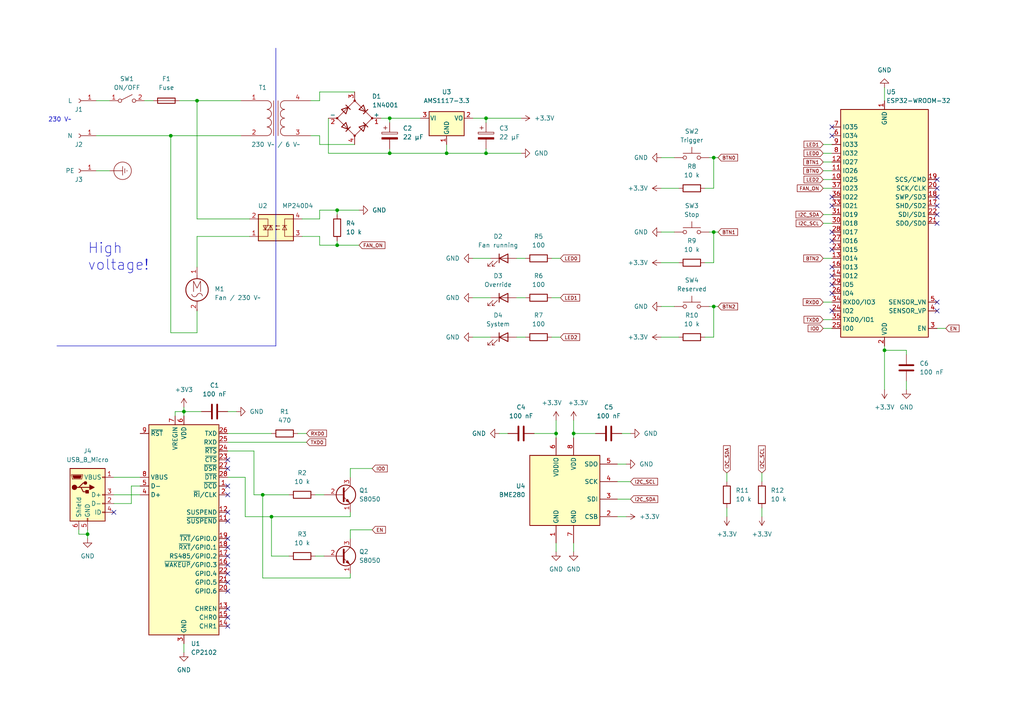
<source format=kicad_sch>
(kicad_sch (version 20230121) (generator eeschema)
  (paper "A4")
  (title_block (title "Baclico") (date "2023-08-18") (rev "1.0") (company "Michael Büsch <m@bues.ch>"))
  (lib_symbols
    (symbol "Connector:Conn_01x01_Female" (pin_names (offset 1.016) hide)
      (property "Reference" "J" (at 0 2.54 0))
      (property "Value" "Conn_01x01_Female" (at 0 -2.54 0))
      (symbol "Conn_01x01_Female_1_1"
        (polyline (pts (xy -1.27 0) (xy -0.508 0)) (stroke (width 0.1524)))
        (arc (start 0 0.508) (mid -0.5058 0) (end 0 -0.508) (stroke (width 0.1524)))
        (pin passive line (at -5.08 0 0) (length 3.81) (name "Pin_1") (number "1"))
      )
    )
    (symbol "Connector:USB_B_Micro" (pin_names (offset 1.016))
      (property "Reference" "J" (at -5.08 11.43 0))
      (property "Value" "USB_B_Micro" (at -5.08 8.89 0))
      (symbol "USB_B_Micro_0_1"
        (rectangle (start -5.08 -7.62) (end 5.08 7.62) (stroke (width 0.254)) (fill (type background)))
        (circle (center -3.81 2.159) (radius 0.635) (stroke (width 0.254)) (fill (type outline)))
        (circle (center -0.635 3.429) (radius 0.381) (stroke (width 0.254)) (fill (type outline)))
        (rectangle (start -0.127 -7.62) (end 0.127 -6.858))
        (polyline (pts (xy -1.905 2.159) (xy 0.635 2.159)) (stroke (width 0.254)))
        (polyline (pts (xy -3.175 2.159) (xy -2.54 2.159) (xy -1.27 3.429) (xy -0.635 3.429)) (stroke (width 0.254)))
        (polyline (pts (xy -2.54 2.159) (xy -1.905 2.159) (xy -1.27 0.889) (xy 0 0.889)) (stroke (width 0.254)))
        (polyline (pts (xy 0.635 2.794) (xy 0.635 1.524) (xy 1.905 2.159) (xy 0.635 2.794)) (stroke (width 0.254)) (fill (type outline)))
        (polyline (pts (xy -4.318 5.588) (xy -1.778 5.588) (xy -2.032 4.826) (xy -4.064 4.826) (xy -4.318 5.588)) (fill (type outline)))
        (polyline (pts (xy -4.699 5.842) (xy -4.699 5.588) (xy -4.445 4.826) (xy -4.445 4.572) (xy -1.651 4.572) (xy -1.651 4.826) (xy -1.397 5.588) (xy -1.397 5.842) (xy -4.699 5.842)))
        (rectangle (start 0.254 1.27) (end -0.508 0.508) (stroke (width 0.254)) (fill (type outline)))
        (rectangle (start 5.08 -5.207) (end 4.318 -4.953))
        (rectangle (start 5.08 -2.667) (end 4.318 -2.413))
        (rectangle (start 5.08 -0.127) (end 4.318 0.127))
        (rectangle (start 5.08 4.953) (end 4.318 5.207))
      )
      (symbol "USB_B_Micro_1_1"
        (pin power_out line (at 7.62 5.08 180) (length 2.54) (name "VBUS") (number "1"))
        (pin bidirectional line (at 7.62 -2.54 180) (length 2.54) (name "D-") (number "2"))
        (pin bidirectional line (at 7.62 0 180) (length 2.54) (name "D+") (number "3"))
        (pin passive line (at 7.62 -5.08 180) (length 2.54) (name "ID") (number "4"))
        (pin power_out line (at 0 -10.16 90) (length 2.54) (name "GND") (number "5"))
        (pin passive line (at -2.54 -10.16 90) (length 2.54) (name "Shield") (number "6"))
      )
    )
    (symbol "Device:C" (pin_numbers hide) (pin_names (offset 0.254))
      (property "Reference" "C" (at 0.635 2.54 0))
      (property "Value" "C" (at 0.635 -2.54 0))
      (symbol "C_0_1"
        (polyline (pts (xy -2.032 -0.762) (xy 2.032 -0.762)) (stroke (width 0.508)))
        (polyline (pts (xy -2.032 0.762) (xy 2.032 0.762)) (stroke (width 0.508)))
      )
      (symbol "C_1_1"
        (pin passive line (at 0 3.81 270) (length 2.794) (name "~") (number "1"))
        (pin passive line (at 0 -3.81 90) (length 2.794) (name "~") (number "2"))
      )
    )
    (symbol "Device:C_Polarized" (pin_numbers hide) (pin_names (offset 0.254))
      (property "Reference" "C" (at 0.635 2.54 0))
      (property "Value" "C_Polarized" (at 0.635 -2.54 0))
      (symbol "C_Polarized_0_1"
        (rectangle (start -2.286 0.508) (end 2.286 1.016))
        (polyline (pts (xy -1.778 2.286) (xy -0.762 2.286)))
        (polyline (pts (xy -1.27 2.794) (xy -1.27 1.778)))
        (rectangle (start 2.286 -0.508) (end -2.286 -1.016) (fill (type outline)))
      )
      (symbol "C_Polarized_1_1"
        (pin passive line (at 0 3.81 270) (length 2.794) (name "~") (number "1"))
        (pin passive line (at 0 -3.81 90) (length 2.794) (name "~") (number "2"))
      )
    )
    (symbol "Device:D_Bridge_+-AA" (pin_names (offset 0))
      (property "Reference" "D" (at 2.54 6.985 0))
      (property "Value" "D_Bridge_+-AA" (at 2.54 5.08 0))
      (symbol "D_Bridge_+-AA_0_1"
        (circle (center -5.08 0) (radius 0.254) (fill (type outline)))
        (circle (center 0 -5.08) (radius 0.254) (fill (type outline)))
        (polyline (pts (xy -2.54 3.81) (xy -1.27 2.54)) (stroke (width 0.254)))
        (polyline (pts (xy -1.27 -2.54) (xy -2.54 -3.81)) (stroke (width 0.254)))
        (polyline (pts (xy 2.54 -1.27) (xy 3.81 -2.54)) (stroke (width 0.254)))
        (polyline (pts (xy 2.54 1.27) (xy 3.81 2.54)) (stroke (width 0.254)))
        (polyline (pts (xy -3.81 2.54) (xy -2.54 1.27) (xy -1.905 3.175) (xy -3.81 2.54)) (stroke (width 0.254)))
        (polyline (pts (xy -2.54 -1.27) (xy -3.81 -2.54) (xy -1.905 -3.175) (xy -2.54 -1.27)) (stroke (width 0.254)))
        (polyline (pts (xy 1.27 2.54) (xy 2.54 3.81) (xy 3.175 1.905) (xy 1.27 2.54)) (stroke (width 0.254)))
        (polyline (pts (xy 3.175 -1.905) (xy 1.27 -2.54) (xy 2.54 -3.81) (xy 3.175 -1.905)) (stroke (width 0.254)))
        (polyline (pts (xy -5.08 0) (xy 0 -5.08) (xy 5.08 0) (xy 0 5.08) (xy -5.08 0)))
        (circle (center 0 5.08) (radius 0.254) (fill (type outline)))
        (circle (center 5.08 0) (radius 0.254) (fill (type outline)))
      )
      (symbol "D_Bridge_+-AA_1_1"
        (pin passive line (at 7.62 0 180) (length 2.54) (name "+") (number "1"))
        (pin passive line (at -7.62 0 0) (length 2.54) (name "-") (number "2"))
        (pin passive line (at 0 7.62 270) (length 2.54) (name "~") (number "3"))
        (pin passive line (at 0 -7.62 90) (length 2.54) (name "~") (number "4"))
      )
    )
    (symbol "Device:Fuse" (pin_numbers hide) (pin_names (offset 0))
      (property "Reference" "F" (at 2.032 0 90))
      (property "Value" "Fuse" (at -1.905 0 90))
      (symbol "Fuse_0_1"
        (rectangle (start -0.762 -2.54) (end 0.762 2.54) (stroke (width 0.254)))
        (polyline (pts (xy 0 2.54) (xy 0 -2.54)))
      )
      (symbol "Fuse_1_1"
        (pin passive line (at 0 3.81 270) (length 1.27) (name "~") (number "1"))
        (pin passive line (at 0 -3.81 90) (length 1.27) (name "~") (number "2"))
      )
    )
    (symbol "Device:LED" (pin_numbers hide) (pin_names (offset 1.016) hide)
      (property "Reference" "D" (at 0 2.54 0))
      (property "Value" "LED" (at 0 -2.54 0))
      (symbol "LED_0_1"
        (polyline (pts (xy -1.27 -1.27) (xy -1.27 1.27)) (stroke (width 0.254)))
        (polyline (pts (xy -1.27 0) (xy 1.27 0)))
        (polyline (pts (xy 1.27 -1.27) (xy 1.27 1.27) (xy -1.27 0) (xy 1.27 -1.27)) (stroke (width 0.254)))
        (polyline (pts (xy -3.048 -0.762) (xy -4.572 -2.286) (xy -3.81 -2.286) (xy -4.572 -2.286) (xy -4.572 -1.524)))
        (polyline (pts (xy -1.778 -0.762) (xy -3.302 -2.286) (xy -2.54 -2.286) (xy -3.302 -2.286) (xy -3.302 -1.524)))
      )
      (symbol "LED_1_1"
        (pin passive line (at -3.81 0 0) (length 2.54) (name "K") (number "1"))
        (pin passive line (at 3.81 0 180) (length 2.54) (name "A") (number "2"))
      )
    )
    (symbol "Device:R" (pin_numbers hide) (pin_names (offset 0))
      (property "Reference" "R" (at 2.032 0 90))
      (property "Value" "R" (at 0 0 90))
      (symbol "R_0_1"
        (rectangle (start -1.016 -2.54) (end 1.016 2.54) (stroke (width 0.254)))
      )
      (symbol "R_1_1"
        (pin passive line (at 0 3.81 270) (length 1.27) (name "~") (number "1"))
        (pin passive line (at 0 -3.81 90) (length 1.27) (name "~") (number "2"))
      )
    )
    (symbol "Device:Transformer_1P_1S" (pin_names (offset 1.016) hide)
      (property "Reference" "T" (at 0 6.35 0))
      (property "Value" "Transformer_1P_1S" (at 0 -7.62 0))
      (symbol "Transformer_1P_1S_0_1"
        (arc (start -2.54 -5.0546) (mid -1.6599 -4.6901) (end -1.27 -3.81))
        (arc (start -2.54 -2.5146) (mid -1.6599 -2.1501) (end -1.27 -1.27))
        (arc (start -2.54 0.0254) (mid -1.6599 0.3899) (end -1.27 1.27))
        (arc (start -2.54 2.5654) (mid -1.6599 2.9299) (end -1.27 3.81))
        (arc (start -1.27 -3.81) (mid -1.642 -2.912) (end -2.54 -2.54))
        (arc (start -1.27 -1.27) (mid -1.642 -0.372) (end -2.54 0))
        (arc (start -1.27 1.27) (mid -1.642 2.168) (end -2.54 2.54))
        (arc (start -1.27 3.81) (mid -1.642 4.708) (end -2.54 5.08))
        (polyline (pts (xy -0.635 5.08) (xy -0.635 -5.08)))
        (polyline (pts (xy 0.635 -5.08) (xy 0.635 5.08)))
        (arc (start 1.2954 -1.27) (mid 1.6599 -2.1501) (end 2.54 -2.5146))
        (arc (start 1.2954 1.27) (mid 1.6599 0.3899) (end 2.54 0.0254))
        (arc (start 1.2954 3.81) (mid 1.6599 2.9299) (end 2.54 2.5654))
        (arc (start 1.3208 -3.81) (mid 1.6853 -4.6901) (end 2.5654 -5.0546))
        (arc (start 2.54 0) (mid 1.642 -0.372) (end 1.2954 -1.27))
        (arc (start 2.54 2.54) (mid 1.642 2.168) (end 1.2954 1.27))
        (arc (start 2.54 5.08) (mid 1.642 4.708) (end 1.2954 3.81))
        (arc (start 2.5654 -2.54) (mid 1.6674 -2.912) (end 1.3208 -3.81))
      )
      (symbol "Transformer_1P_1S_1_1"
        (pin passive line (at -10.16 5.08 0) (length 7.62) (name "AA") (number "1"))
        (pin passive line (at -10.16 -5.08 0) (length 7.62) (name "AB") (number "2"))
        (pin passive line (at 10.16 -5.08 180) (length 7.62) (name "SA") (number "3"))
        (pin passive line (at 10.16 5.08 180) (length 7.62) (name "SB") (number "4"))
      )
    )
    (symbol "Interface_USB:CP2102N-Axx-xQFN28"
      (property "Reference" "U" (at -8.89 31.75 0))
      (property "Value" "CP2102N-Axx-xQFN28" (at 12.7 31.75 0))
      (symbol "CP2102N-Axx-xQFN28_0_1"
        (rectangle (start -10.16 30.48) (end 10.16 -30.48) (stroke (width 0.254)) (fill (type background)))
      )
      (symbol "CP2102N-Axx-xQFN28_1_1"
        (pin input line (at 12.7 12.7 180) (length 2.54) (name "~{DCD}") (number "1"))
        (pin no_connect line (at -10.16 -27.94 0) (length 2.54) hide (name "NC") (number "10"))
        (pin output line (at 12.7 2.54 180) (length 2.54) (name "~{SUSPEND}") (number "11"))
        (pin output line (at 12.7 5.08 180) (length 2.54) (name "SUSPEND") (number "12"))
        (pin output line (at 12.7 -22.86 180) (length 2.54) (name "CHREN") (number "13"))
        (pin output line (at 12.7 -27.94 180) (length 2.54) (name "CHR1") (number "14"))
        (pin output line (at 12.7 -25.4 180) (length 2.54) (name "CHR0") (number "15"))
        (pin bidirectional line (at 12.7 -10.16 180) (length 2.54) (name "~{WAKEUP}/GPIO.3") (number "16"))
        (pin bidirectional line (at 12.7 -7.62 180) (length 2.54) (name "RS485/GPIO.2") (number "17"))
        (pin bidirectional line (at 12.7 -5.08 180) (length 2.54) (name "~{RXT}/GPIO.1") (number "18"))
        (pin bidirectional line (at 12.7 -2.54 180) (length 2.54) (name "~{TXT}/GPIO.0") (number "19"))
        (pin bidirectional line (at 12.7 10.16 180) (length 2.54) (name "~{RI}/CLK") (number "2"))
        (pin bidirectional line (at 12.7 -17.78 180) (length 2.54) (name "GPIO.6") (number "20"))
        (pin bidirectional line (at 12.7 -15.24 180) (length 2.54) (name "GPIO.5") (number "21"))
        (pin bidirectional line (at 12.7 -12.7 180) (length 2.54) (name "GPIO.4") (number "22"))
        (pin input line (at 12.7 20.32 180) (length 2.54) (name "~{CTS}") (number "23"))
        (pin output line (at 12.7 22.86 180) (length 2.54) (name "~{RTS}") (number "24"))
        (pin input line (at 12.7 25.4 180) (length 2.54) (name "RXD") (number "25"))
        (pin output line (at 12.7 27.94 180) (length 2.54) (name "TXD") (number "26"))
        (pin input line (at 12.7 17.78 180) (length 2.54) (name "~{DSR}") (number "27"))
        (pin output line (at 12.7 15.24 180) (length 2.54) (name "~{DTR}") (number "28"))
        (pin passive line (at 0 -33.02 90) (length 2.54) hide (name "GND") (number "29"))
        (pin power_in line (at 0 -33.02 90) (length 2.54) (name "GND") (number "3"))
        (pin bidirectional line (at -12.7 10.16 0) (length 2.54) (name "D+") (number "4"))
        (pin bidirectional line (at -12.7 12.7 0) (length 2.54) (name "D-") (number "5"))
        (pin power_in line (at 0 33.02 270) (length 2.54) (name "VDD") (number "6"))
        (pin power_in line (at -2.54 33.02 270) (length 2.54) (name "VREGIN") (number "7"))
        (pin input line (at -12.7 15.24 0) (length 2.54) (name "VBUS") (number "8"))
        (pin input line (at -12.7 27.94 0) (length 2.54) (name "~{RST}") (number "9"))
      )
    )
    (symbol "Motor:Motor_AC" (pin_names (offset 0))
      (property "Reference" "M" (at 2.54 2.54 0))
      (property "Value" "Motor_AC" (at 2.54 -5.08 0))
      (symbol "Motor_AC_0_0"
        (arc (start -1.524 -2.794) (mid -0.8654 -3.5217) (end 0 -3.048))
        (polyline (pts (xy -1.016 -2.032) (xy -1.016 1.016) (xy 0 -1.016) (xy 1.016 1.016) (xy 1.016 -2.032)))
        (arc (start 1.524 -3.302) (mid 0.85 -2.5503) (end 0 -3.048))
      )
      (symbol "Motor_AC_0_1"
        (circle (center 0 -1.524) (radius 3.2512) (stroke (width 0.254)))
        (polyline (pts (xy 0 -7.62) (xy 0 -7.112)))
        (polyline (pts (xy 0 -4.7752) (xy 0 -5.1816)))
        (polyline (pts (xy 0 1.7272) (xy 0 2.0828)))
        (polyline (pts (xy 0 2.032) (xy 0 2.54)))
      )
      (symbol "Motor_AC_1_1"
        (pin passive line (at 0 5.08 270) (length 2.54) (name "~") (number "1"))
        (pin passive line (at 0 -7.62 90) (length 2.54) (name "~") (number "2"))
      )
    )
    (symbol "RF_Module:ESP32-WROOM-32"
      (property "Reference" "U" (at -12.7 34.29 0))
      (property "Value" "ESP32-WROOM-32" (at 1.27 34.29 0))
      (symbol "ESP32-WROOM-32_0_1"
        (rectangle (start -12.7 33.02) (end 12.7 -33.02) (stroke (width 0.254)) (fill (type background)))
      )
      (symbol "ESP32-WROOM-32_1_1"
        (pin power_in line (at 0 -35.56 90) (length 2.54) (name "GND") (number "1"))
        (pin bidirectional line (at 15.24 -12.7 180) (length 2.54) (name "IO25") (number "10"))
        (pin bidirectional line (at 15.24 -15.24 180) (length 2.54) (name "IO26") (number "11"))
        (pin bidirectional line (at 15.24 -17.78 180) (length 2.54) (name "IO27") (number "12"))
        (pin bidirectional line (at 15.24 10.16 180) (length 2.54) (name "IO14") (number "13"))
        (pin bidirectional line (at 15.24 15.24 180) (length 2.54) (name "IO12") (number "14"))
        (pin passive line (at 0 -35.56 90) (length 2.54) hide (name "GND") (number "15"))
        (pin bidirectional line (at 15.24 12.7 180) (length 2.54) (name "IO13") (number "16"))
        (pin bidirectional line (at -15.24 -5.08 0) (length 2.54) (name "SHD/SD2") (number "17"))
        (pin bidirectional line (at -15.24 -7.62 0) (length 2.54) (name "SWP/SD3") (number "18"))
        (pin bidirectional line (at -15.24 -12.7 0) (length 2.54) (name "SCS/CMD") (number "19"))
        (pin power_in line (at 0 35.56 270) (length 2.54) (name "VDD") (number "2"))
        (pin bidirectional line (at -15.24 -10.16 0) (length 2.54) (name "SCK/CLK") (number "20"))
        (pin bidirectional line (at -15.24 0 0) (length 2.54) (name "SDO/SD0") (number "21"))
        (pin bidirectional line (at -15.24 -2.54 0) (length 2.54) (name "SDI/SD1") (number "22"))
        (pin bidirectional line (at 15.24 7.62 180) (length 2.54) (name "IO15") (number "23"))
        (pin bidirectional line (at 15.24 25.4 180) (length 2.54) (name "IO2") (number "24"))
        (pin bidirectional line (at 15.24 30.48 180) (length 2.54) (name "IO0") (number "25"))
        (pin bidirectional line (at 15.24 20.32 180) (length 2.54) (name "IO4") (number "26"))
        (pin bidirectional line (at 15.24 5.08 180) (length 2.54) (name "IO16") (number "27"))
        (pin bidirectional line (at 15.24 2.54 180) (length 2.54) (name "IO17") (number "28"))
        (pin bidirectional line (at 15.24 17.78 180) (length 2.54) (name "IO5") (number "29"))
        (pin input line (at -15.24 30.48 0) (length 2.54) (name "EN") (number "3"))
        (pin bidirectional line (at 15.24 0 180) (length 2.54) (name "IO18") (number "30"))
        (pin bidirectional line (at 15.24 -2.54 180) (length 2.54) (name "IO19") (number "31"))
        (pin no_connect line (at -12.7 -27.94 0) (length 2.54) hide (name "NC") (number "32"))
        (pin bidirectional line (at 15.24 -5.08 180) (length 2.54) (name "IO21") (number "33"))
        (pin bidirectional line (at 15.24 22.86 180) (length 2.54) (name "RXD0/IO3") (number "34"))
        (pin bidirectional line (at 15.24 27.94 180) (length 2.54) (name "TXD0/IO1") (number "35"))
        (pin bidirectional line (at 15.24 -7.62 180) (length 2.54) (name "IO22") (number "36"))
        (pin bidirectional line (at 15.24 -10.16 180) (length 2.54) (name "IO23") (number "37"))
        (pin passive line (at 0 -35.56 90) (length 2.54) hide (name "GND") (number "38"))
        (pin passive line (at 0 -35.56 90) (length 2.54) hide (name "GND") (number "39"))
        (pin input line (at -15.24 25.4 0) (length 2.54) (name "SENSOR_VP") (number "4"))
        (pin input line (at -15.24 22.86 0) (length 2.54) (name "SENSOR_VN") (number "5"))
        (pin input line (at 15.24 -25.4 180) (length 2.54) (name "IO34") (number "6"))
        (pin input line (at 15.24 -27.94 180) (length 2.54) (name "IO35") (number "7"))
        (pin bidirectional line (at 15.24 -20.32 180) (length 2.54) (name "IO32") (number "8"))
        (pin bidirectional line (at 15.24 -22.86 180) (length 2.54) (name "IO33") (number "9"))
      )
    )
    (symbol "Regulator_Linear:AMS1117-3.3" (pin_names (offset 0.254))
      (property "Reference" "U" (at -3.81 3.175 0))
      (property "Value" "AMS1117-3.3" (at 0 3.175 0))
      (symbol "AMS1117-3.3_0_1"
        (rectangle (start -5.08 -5.08) (end 5.08 1.905) (stroke (width 0.254)) (fill (type background)))
      )
      (symbol "AMS1117-3.3_1_1"
        (pin power_in line (at 0 -7.62 90) (length 2.54) (name "GND") (number "1"))
        (pin power_out line (at 7.62 0 180) (length 2.54) (name "VO") (number "2"))
        (pin power_in line (at -7.62 0 0) (length 2.54) (name "VI") (number "3"))
      )
    )
    (symbol "Relay_SolidState:S102S01"
      (property "Reference" "U" (at -5.08 5.08 0))
      (property "Value" "S102S01" (at 0 5.08 0))
      (symbol "S102S01_0_1"
        (rectangle (start -5.08 3.81) (end 5.08 -3.81) (stroke (width 0.254)) (fill (type background)))
        (polyline (pts (xy -3.175 -0.635) (xy -1.905 -0.635)))
        (polyline (pts (xy 1.524 -0.635) (xy 1.524 0.635)))
        (polyline (pts (xy 3.048 0.635) (xy 3.048 -0.635)))
        (polyline (pts (xy 2.286 -0.635) (xy 2.286 -2.54) (xy 5.08 -2.54)))
        (polyline (pts (xy 2.286 0.635) (xy 2.286 2.54) (xy 5.08 2.54)))
        (polyline (pts (xy -5.08 2.54) (xy -2.54 2.54) (xy -2.54 -2.54) (xy -5.08 -2.54)))
        (polyline (pts (xy -2.54 -0.635) (xy -3.175 0.635) (xy -1.905 0.635) (xy -2.54 -0.635)))
        (polyline (pts (xy 0.889 -0.635) (xy 3.683 -0.635) (xy 3.048 0.635) (xy 2.413 -0.635)))
        (polyline (pts (xy 3.683 0.635) (xy 0.889 0.635) (xy 1.524 -0.635) (xy 2.159 0.635)))
        (polyline (pts (xy -1.143 -0.508) (xy 0.127 -0.508) (xy -0.254 -0.635) (xy -0.254 -0.381) (xy 0.127 -0.508)))
        (polyline (pts (xy -1.143 0.508) (xy 0.127 0.508) (xy -0.254 0.381) (xy -0.254 0.635) (xy 0.127 0.508)))
      )
      (symbol "S102S01_1_1"
        (pin passive line (at 7.62 2.54 180) (length 2.54) (name "~") (number "1"))
        (pin passive line (at 7.62 -2.54 180) (length 2.54) (name "~") (number "2"))
        (pin passive line (at -7.62 2.54 0) (length 2.54) (name "~") (number "3"))
        (pin passive line (at -7.62 -2.54 0) (length 2.54) (name "~") (number "4"))
      )
    )
    (symbol "Sensor:BME280"
      (property "Reference" "U" (at -8.89 11.43 0))
      (property "Value" "BME280" (at 7.62 11.43 0))
      (symbol "BME280_0_1"
        (rectangle (start -10.16 10.16) (end 10.16 -10.16) (stroke (width 0.254)) (fill (type background)))
      )
      (symbol "BME280_1_1"
        (pin power_in line (at -2.54 -15.24 90) (length 5.08) (name "GND") (number "1"))
        (pin input line (at 15.24 -7.62 180) (length 5.08) (name "CSB") (number "2"))
        (pin bidirectional line (at 15.24 -2.54 180) (length 5.08) (name "SDI") (number "3"))
        (pin input line (at 15.24 2.54 180) (length 5.08) (name "SCK") (number "4"))
        (pin bidirectional line (at 15.24 7.62 180) (length 5.08) (name "SDO") (number "5"))
        (pin power_in line (at -2.54 15.24 270) (length 5.08) (name "VDDIO") (number "6"))
        (pin power_in line (at 2.54 -15.24 90) (length 5.08) (name "GND") (number "7"))
        (pin power_in line (at 2.54 15.24 270) (length 5.08) (name "VDD") (number "8"))
      )
    )
    (symbol "Switch:SW_Push" (pin_numbers hide) (pin_names (offset 1.016) hide)
      (property "Reference" "SW" (at 1.27 2.54 0))
      (property "Value" "SW_Push" (at 0 -1.524 0))
      (symbol "SW_Push_0_1"
        (circle (center -2.032 0) (radius 0.508))
        (polyline (pts (xy 0 1.27) (xy 0 3.048)))
        (polyline (pts (xy 2.54 1.27) (xy -2.54 1.27)))
        (circle (center 2.032 0) (radius 0.508))
        (pin passive line (at -5.08 0 0) (length 2.54) (name "1") (number "1"))
        (pin passive line (at 5.08 0 180) (length 2.54) (name "2") (number "2"))
      )
    )
    (symbol "Switch:SW_SPST" (pin_names (offset 0) hide)
      (property "Reference" "SW" (at 0 3.175 0))
      (property "Value" "SW_SPST" (at 0 -2.54 0))
      (symbol "SW_SPST_0_0"
        (circle (center -2.032 0) (radius 0.508))
        (polyline (pts (xy -1.524 0.254) (xy 1.524 1.778)))
        (circle (center 2.032 0) (radius 0.508))
      )
      (symbol "SW_SPST_1_1"
        (pin passive line (at -5.08 0 0) (length 2.54) (name "A") (number "1"))
        (pin passive line (at 5.08 0 180) (length 2.54) (name "B") (number "2"))
      )
    )
    (symbol "Transistor_BJT:S8050" (pin_names (offset 0) hide)
      (property "Reference" "Q" (at 5.08 1.905 0))
      (property "Value" "S8050" (at 5.08 0 0))
      (symbol "S8050_0_1"
        (polyline (pts (xy 0 0) (xy 0.635 0)))
        (polyline (pts (xy 0.635 0.635) (xy 2.54 2.54)))
        (polyline (pts (xy 0.635 -0.635) (xy 2.54 -2.54) (xy 2.54 -2.54)))
        (polyline (pts (xy 0.635 1.905) (xy 0.635 -1.905) (xy 0.635 -1.905)) (stroke (width 0.508)))
        (polyline (pts (xy 1.27 -1.778) (xy 1.778 -1.27) (xy 2.286 -2.286) (xy 1.27 -1.778) (xy 1.27 -1.778)) (fill (type outline)))
        (circle (center 1.27 0) (radius 2.8194) (stroke (width 0.254)))
      )
      (symbol "S8050_1_1"
        (pin passive line (at 2.54 -5.08 90) (length 2.54) (name "E") (number "1"))
        (pin input line (at -5.08 0 0) (length 5.08) (name "B") (number "2"))
        (pin passive line (at 2.54 5.08 270) (length 2.54) (name "C") (number "3"))
      )
    )
    (symbol "power:+3.3V" (power) (pin_names (offset 0))
      (property "Value" "+3.3V" (at 0 3.556 0))
      (symbol "+3.3V_0_1"
        (polyline (pts (xy -0.762 1.27) (xy 0 2.54)))
        (polyline (pts (xy 0 0) (xy 0 2.54)))
        (polyline (pts (xy 0 2.54) (xy 0.762 1.27)))
      )
      (symbol "+3.3V_1_1"
        (pin power_in line (at 0 0 90) (length 0) hide (name "+3.3V") (number "1"))
      )
    )
    (symbol "power:+3V3" (power) (pin_names (offset 0))
      (property "Value" "+3V3" (at 0 3.556 0))
      (symbol "+3V3_0_1"
        (polyline (pts (xy -0.762 1.27) (xy 0 2.54)))
        (polyline (pts (xy 0 0) (xy 0 2.54)))
        (polyline (pts (xy 0 2.54) (xy 0.762 1.27)))
      )
      (symbol "+3V3_1_1"
        (pin power_in line (at 0 0 90) (length 0) hide (name "+3V3") (number "1"))
      )
    )
    (symbol "power:Earth_Protective" (power) (pin_names (offset 0))
      (symbol "Earth_Protective_0_1"
        (circle (center 0 -3.81) (radius 2.54))
        (polyline (pts (xy -0.635 -4.445) (xy 0.635 -4.445)))
        (polyline (pts (xy -0.127 -5.08) (xy 0.127 -5.08)))
        (polyline (pts (xy 0 -3.81) (xy 0 0)))
        (polyline (pts (xy 1.27 -3.81) (xy -1.27 -3.81)))
      )
      (symbol "Earth_Protective_1_1"
        (pin power_in line (at 0 0 270) (length 0) hide (name "Earth_Protective") (number "1"))
      )
    )
    (symbol "power:GND" (power) (pin_names (offset 0))
      (property "Value" "GND" (at 0 -3.81 0))
      (symbol "GND_0_1"
        (polyline (pts (xy 0 0) (xy 0 -1.27) (xy 1.27 -1.27) (xy 0 -2.54) (xy -1.27 -1.27) (xy 0 -1.27)))
      )
      (symbol "GND_1_1"
        (pin power_in line (at 0 0 270) (length 0) hide (name "GND") (number "1"))
      )
    )
  )
  (junction (at 256.54 101.6))
  (junction (at 207.01 45.72))
  (junction (at 49.53 39.37))
  (junction (at 140.97 34.29))
  (junction (at 97.79 60.96))
  (junction (at 166.37 125.73))
  (junction (at 113.03 44.45))
  (junction (at 53.34 119.38))
  (junction (at 97.79 71.12))
  (junction (at 161.29 125.73))
  (junction (at 129.54 44.45))
  (junction (at 207.01 88.9))
  (junction (at 76.2 143.51))
  (junction (at 140.97 44.45))
  (junction (at 207.01 67.31))
  (junction (at 57.15 29.21))
  (junction (at 78.74 149.86))
  (junction (at 25.4 154.94))
  (junction (at 113.03 34.29))
  (no_connect (at 271.78 62.23))
  (no_connect (at 66.04 168.91))
  (no_connect (at 241.3 80.01))
  (no_connect (at 66.04 133.35))
  (no_connect (at 271.78 57.15))
  (no_connect (at 241.3 72.39))
  (no_connect (at 66.04 135.89))
  (no_connect (at 66.04 176.53))
  (no_connect (at 66.04 148.59))
  (no_connect (at 66.04 181.61))
  (no_connect (at 66.04 163.83))
  (no_connect (at 271.78 64.77))
  (no_connect (at 241.3 59.69))
  (no_connect (at 66.04 158.75))
  (no_connect (at 66.04 151.13))
  (no_connect (at 66.04 179.07))
  (no_connect (at 241.3 69.85))
  (no_connect (at 66.04 140.97))
  (no_connect (at 66.04 156.21))
  (no_connect (at 66.04 171.45))
  (no_connect (at 271.78 90.17))
  (no_connect (at 241.3 67.31))
  (no_connect (at 271.78 59.69))
  (no_connect (at 271.78 87.63))
  (no_connect (at 271.78 52.07))
  (no_connect (at 66.04 143.51))
  (no_connect (at 241.3 77.47))
  (no_connect (at 241.3 39.37))
  (no_connect (at 241.3 57.15))
  (no_connect (at 66.04 166.37))
  (no_connect (at 241.3 82.55))
  (no_connect (at 33.02 148.59))
  (no_connect (at 241.3 85.09))
  (no_connect (at 66.04 161.29))
  (no_connect (at 241.3 90.17))
  (no_connect (at 271.78 54.61))
  (no_connect (at 241.3 36.83))
  (wire (pts (xy 161.29 157.48) (xy 161.29 160.02)))
  (wire (pts (xy 149.86 86.36) (xy 152.4 86.36)))
  (wire (pts (xy 78.74 149.86) (xy 78.74 161.29)))
  (wire (pts (xy 92.71 39.37) (xy 92.71 41.91)))
  (wire (pts (xy 238.76 41.91) (xy 241.3 41.91)))
  (wire (pts (xy 50.8 120.65) (xy 50.8 119.38)))
  (wire (pts (xy 220.98 147.32) (xy 220.98 149.86)))
  (wire (pts (xy 205.74 67.31) (xy 207.01 67.31)))
  (wire (pts (xy 140.97 34.29) (xy 140.97 35.56)))
  (wire (pts (xy 262.89 101.6) (xy 256.54 101.6)))
  (wire (pts (xy 92.71 41.91) (xy 102.87 41.91)))
  (wire (pts (xy 166.37 125.73) (xy 172.72 125.73)))
  (wire (pts (xy 41.91 29.21) (xy 44.45 29.21)))
  (wire (pts (xy 179.07 134.62) (xy 181.61 134.62)))
  (wire (pts (xy 179.07 144.78) (xy 182.88 144.78)))
  (wire (pts (xy 49.53 96.52) (xy 49.53 39.37)))
  (wire (pts (xy 191.77 88.9) (xy 195.58 88.9)))
  (wire (pts (xy 191.77 54.61) (xy 196.85 54.61)))
  (wire (pts (xy 27.94 49.53) (xy 31.75 49.53)))
  (wire (pts (xy 57.15 68.58) (xy 57.15 77.47)))
  (wire (pts (xy 101.6 138.43) (xy 101.6 135.89)))
  (wire (pts (xy 204.47 54.61) (xy 207.01 54.61)))
  (wire (pts (xy 50.8 119.38) (xy 53.34 119.38)))
  (wire (pts (xy 90.17 39.37) (xy 92.71 39.37)))
  (wire (pts (xy 207.01 97.79) (xy 207.01 88.9)))
  (wire (pts (xy 129.54 44.45) (xy 140.97 44.45)))
  (wire (pts (xy 149.86 97.79) (xy 152.4 97.79)))
  (wire (pts (xy 238.76 46.99) (xy 241.3 46.99)))
  (wire (pts (xy 191.77 67.31) (xy 195.58 67.31)))
  (wire (pts (xy 92.71 68.58) (xy 92.71 71.12)))
  (wire (pts (xy 101.6 166.37) (xy 101.6 167.64)))
  (wire (pts (xy 97.79 60.96) (xy 97.79 62.23)))
  (wire (pts (xy 210.82 137.16) (xy 210.82 139.7)))
  (wire (pts (xy 38.1 146.05) (xy 38.1 140.97)))
  (wire (pts (xy 66.04 138.43) (xy 71.12 138.43)))
  (wire (pts (xy 92.71 29.21) (xy 92.71 26.67)))
  (polyline (pts (xy 16.51 100.33) (xy 80.01 100.33)))
  (wire (pts (xy 144.78 125.73) (xy 147.32 125.73)))
  (wire (pts (xy 92.71 26.67) (xy 102.87 26.67)))
  (wire (pts (xy 76.2 143.51) (xy 83.82 143.51)))
  (wire (pts (xy 205.74 88.9) (xy 207.01 88.9)))
  (wire (pts (xy 57.15 63.5) (xy 57.15 29.21)))
  (wire (pts (xy 238.76 74.93) (xy 241.3 74.93)))
  (wire (pts (xy 238.76 87.63) (xy 241.3 87.63)))
  (wire (pts (xy 149.86 74.93) (xy 152.4 74.93)))
  (wire (pts (xy 137.16 86.36) (xy 142.24 86.36)))
  (wire (pts (xy 49.53 39.37) (xy 69.85 39.37)))
  (wire (pts (xy 179.07 149.86) (xy 181.61 149.86)))
  (wire (pts (xy 113.03 34.29) (xy 121.92 34.29)))
  (wire (pts (xy 101.6 167.64) (xy 76.2 167.64)))
  (wire (pts (xy 33.02 138.43) (xy 40.64 138.43)))
  (wire (pts (xy 91.44 143.51) (xy 93.98 143.51)))
  (wire (pts (xy 113.03 44.45) (xy 129.54 44.45)))
  (wire (pts (xy 66.04 128.27) (xy 88.9 128.27)))
  (wire (pts (xy 238.76 62.23) (xy 241.3 62.23)))
  (wire (pts (xy 113.03 43.18) (xy 113.03 44.45)))
  (wire (pts (xy 22.86 154.94) (xy 25.4 154.94)))
  (wire (pts (xy 191.77 97.79) (xy 196.85 97.79)))
  (wire (pts (xy 72.39 63.5) (xy 57.15 63.5)))
  (wire (pts (xy 180.34 125.73) (xy 182.88 125.73)))
  (wire (pts (xy 166.37 157.48) (xy 166.37 160.02)))
  (wire (pts (xy 92.71 71.12) (xy 97.79 71.12)))
  (wire (pts (xy 97.79 60.96) (xy 104.14 60.96)))
  (wire (pts (xy 191.77 45.72) (xy 195.58 45.72)))
  (wire (pts (xy 71.12 138.43) (xy 71.12 149.86)))
  (wire (pts (xy 53.34 118.11) (xy 53.34 119.38)))
  (wire (pts (xy 73.66 143.51) (xy 76.2 143.51)))
  (wire (pts (xy 66.04 130.81) (xy 73.66 130.81)))
  (wire (pts (xy 207.01 88.9) (xy 208.28 88.9)))
  (wire (pts (xy 140.97 43.18) (xy 140.97 44.45)))
  (wire (pts (xy 53.34 119.38) (xy 58.42 119.38)))
  (wire (pts (xy 204.47 97.79) (xy 207.01 97.79)))
  (wire (pts (xy 71.12 149.86) (xy 78.74 149.86)))
  (wire (pts (xy 95.25 34.29) (xy 95.25 44.45)))
  (wire (pts (xy 76.2 143.51) (xy 76.2 167.64)))
  (wire (pts (xy 204.47 76.2) (xy 207.01 76.2)))
  (wire (pts (xy 101.6 156.21) (xy 101.6 153.67)))
  (wire (pts (xy 101.6 148.59) (xy 101.6 149.86)))
  (wire (pts (xy 238.76 49.53) (xy 241.3 49.53)))
  (polyline (pts (xy 80.01 13.97) (xy 80.01 100.33)))
  (wire (pts (xy 113.03 34.29) (xy 113.03 35.56)))
  (wire (pts (xy 53.34 119.38) (xy 53.34 120.65)))
  (wire (pts (xy 38.1 140.97) (xy 40.64 140.97)))
  (wire (pts (xy 110.49 34.29) (xy 113.03 34.29)))
  (wire (pts (xy 207.01 45.72) (xy 208.28 45.72)))
  (wire (pts (xy 66.04 119.38) (xy 68.58 119.38)))
  (wire (pts (xy 220.98 137.16) (xy 220.98 139.7)))
  (wire (pts (xy 256.54 25.4) (xy 256.54 29.21)))
  (wire (pts (xy 101.6 135.89) (xy 107.95 135.89)))
  (wire (pts (xy 27.94 39.37) (xy 49.53 39.37)))
  (wire (pts (xy 87.63 68.58) (xy 92.71 68.58)))
  (wire (pts (xy 207.01 54.61) (xy 207.01 45.72)))
  (wire (pts (xy 33.02 146.05) (xy 38.1 146.05)))
  (wire (pts (xy 238.76 52.07) (xy 241.3 52.07)))
  (wire (pts (xy 161.29 125.73) (xy 161.29 127)))
  (wire (pts (xy 73.66 130.81) (xy 73.66 143.51)))
  (wire (pts (xy 25.4 153.67) (xy 25.4 154.94)))
  (wire (pts (xy 91.44 161.29) (xy 93.98 161.29)))
  (wire (pts (xy 256.54 100.33) (xy 256.54 101.6)))
  (wire (pts (xy 256.54 101.6) (xy 256.54 113.03)))
  (wire (pts (xy 210.82 147.32) (xy 210.82 149.86)))
  (wire (pts (xy 87.63 63.5) (xy 92.71 63.5)))
  (wire (pts (xy 101.6 149.86) (xy 78.74 149.86)))
  (wire (pts (xy 97.79 71.12) (xy 97.79 69.85)))
  (wire (pts (xy 154.94 125.73) (xy 161.29 125.73)))
  (wire (pts (xy 166.37 125.73) (xy 166.37 127)))
  (wire (pts (xy 86.36 125.73) (xy 88.9 125.73)))
  (wire (pts (xy 27.94 29.21) (xy 31.75 29.21)))
  (wire (pts (xy 238.76 54.61) (xy 241.3 54.61)))
  (wire (pts (xy 92.71 60.96) (xy 97.79 60.96)))
  (wire (pts (xy 238.76 95.25) (xy 241.3 95.25)))
  (wire (pts (xy 137.16 34.29) (xy 140.97 34.29)))
  (wire (pts (xy 78.74 161.29) (xy 83.82 161.29)))
  (wire (pts (xy 90.17 29.21) (xy 92.71 29.21)))
  (wire (pts (xy 160.02 86.36) (xy 162.56 86.36)))
  (wire (pts (xy 238.76 44.45) (xy 241.3 44.45)))
  (wire (pts (xy 262.89 110.49) (xy 262.89 113.03)))
  (wire (pts (xy 66.04 125.73) (xy 78.74 125.73)))
  (wire (pts (xy 161.29 121.92) (xy 161.29 125.73)))
  (wire (pts (xy 160.02 74.93) (xy 162.56 74.93)))
  (wire (pts (xy 191.77 76.2) (xy 196.85 76.2)))
  (wire (pts (xy 271.78 95.25) (xy 274.32 95.25)))
  (wire (pts (xy 95.25 44.45) (xy 113.03 44.45)))
  (wire (pts (xy 57.15 29.21) (xy 69.85 29.21)))
  (wire (pts (xy 72.39 68.58) (xy 57.15 68.58)))
  (wire (pts (xy 137.16 97.79) (xy 142.24 97.79)))
  (wire (pts (xy 92.71 63.5) (xy 92.71 60.96)))
  (wire (pts (xy 166.37 121.92) (xy 166.37 125.73)))
  (wire (pts (xy 137.16 74.93) (xy 142.24 74.93)))
  (wire (pts (xy 262.89 102.87) (xy 262.89 101.6)))
  (wire (pts (xy 97.79 71.12) (xy 104.14 71.12)))
  (wire (pts (xy 22.86 153.67) (xy 22.86 154.94)))
  (wire (pts (xy 160.02 97.79) (xy 162.56 97.79)))
  (wire (pts (xy 205.74 45.72) (xy 207.01 45.72)))
  (wire (pts (xy 57.15 96.52) (xy 49.53 96.52)))
  (wire (pts (xy 52.07 29.21) (xy 57.15 29.21)))
  (wire (pts (xy 238.76 92.71) (xy 241.3 92.71)))
  (wire (pts (xy 238.76 64.77) (xy 241.3 64.77)))
  (wire (pts (xy 207.01 67.31) (xy 208.28 67.31)))
  (wire (pts (xy 140.97 44.45) (xy 151.13 44.45)))
  (wire (pts (xy 25.4 154.94) (xy 25.4 156.21)))
  (wire (pts (xy 57.15 90.17) (xy 57.15 96.52)))
  (wire (pts (xy 179.07 139.7) (xy 182.88 139.7)))
  (wire (pts (xy 33.02 143.51) (xy 40.64 143.51)))
  (wire (pts (xy 101.6 153.67) (xy 107.95 153.67)))
  (wire (pts (xy 207.01 76.2) (xy 207.01 67.31)))
  (wire (pts (xy 129.54 44.45) (xy 129.54 41.91)))
  (wire (pts (xy 53.34 186.69) (xy 53.34 189.23)))
  (wire (pts (xy 140.97 34.29) (xy 151.13 34.29)))
  (text "High\nvoltage!" (at 25.4 78.74 0) (effects (font (size 3 3)) (justify left bottom)))
  (text "230 V~" (at 13.97 35.56 0) (effects (font (size 1.27 1.27)) (justify left bottom)))
  (global_label "BTN0" (shape input) (at 238.76 49.53 180) (effects (font (size 1 1))) (property "Intersheetrefs" "${INTERSHEET_REFS}" (effects hide)))
  (global_label "EN" (shape input) (at 274.32 95.25 0) (effects (font (size 1 1))) (property "Intersheetrefs" "${INTERSHEET_REFS}" (effects hide)))
  (global_label "IO0" (shape input) (at 238.76 95.25 180) (effects (font (size 1 1))) (property "Intersheetrefs" "${INTERSHEET_REFS}" (effects hide)))
  (global_label "LED0" (shape input) (at 162.56 74.93 0) (effects (font (size 1 1))) (property "Intersheetrefs" "${INTERSHEET_REFS}" (effects hide)))
  (global_label "LED1" (shape input) (at 162.56 86.36 0) (effects (font (size 1 1))) (property "Intersheetrefs" "${INTERSHEET_REFS}" (effects hide)))
  (global_label "I2C_SCL" (shape input) (at 238.76 64.77 180) (effects (font (size 1 1))) (property "Intersheetrefs" "${INTERSHEET_REFS}" (effects hide)))
  (global_label "LED0" (shape input) (at 238.76 44.45 180) (effects (font (size 1 1))) (property "Intersheetrefs" "${INTERSHEET_REFS}" (effects hide)))
  (global_label "LED2" (shape input) (at 238.76 52.07 180) (effects (font (size 1 1))) (property "Intersheetrefs" "${INTERSHEET_REFS}" (effects hide)))
  (global_label "BTN1" (shape input) (at 208.28 67.31 0) (effects (font (size 1 1))) (property "Intersheetrefs" "${INTERSHEET_REFS}" (effects hide)))
  (global_label "TXD0" (shape input) (at 88.9 128.27 0) (effects (font (size 1 1))) (property "Intersheetrefs" "${INTERSHEET_REFS}" (effects hide)))
  (global_label "TXD0" (shape input) (at 238.76 92.71 180) (effects (font (size 1 1))) (property "Intersheetrefs" "${INTERSHEET_REFS}" (effects hide)))
  (global_label "LED2" (shape input) (at 162.56 97.79 0) (effects (font (size 1 1))) (property "Intersheetrefs" "${INTERSHEET_REFS}" (effects hide)))
  (global_label "FAN_ON" (shape input) (at 238.76 54.61 180) (effects (font (size 1 1))) (property "Intersheetrefs" "${INTERSHEET_REFS}" (effects hide)))
  (global_label "EN" (shape input) (at 107.95 153.67 0) (effects (font (size 1 1))) (property "Intersheetrefs" "${INTERSHEET_REFS}" (effects hide)))
  (global_label "BTN0" (shape input) (at 208.28 45.72 0) (effects (font (size 1 1))) (property "Intersheetrefs" "${INTERSHEET_REFS}" (effects hide)))
  (global_label "LED1" (shape input) (at 238.76 41.91 180) (effects (font (size 1 1))) (property "Intersheetrefs" "${INTERSHEET_REFS}" (effects hide)))
  (global_label "FAN_ON" (shape input) (at 104.14 71.12 0) (effects (font (size 1 1))) (property "Intersheetrefs" "${INTERSHEET_REFS}" (effects hide)))
  (global_label "I2C_SCL" (shape input) (at 182.88 139.7 0) (effects (font (size 1 1))) (property "Intersheetrefs" "${INTERSHEET_REFS}" (effects hide)))
  (global_label "I2C_SDA" (shape input) (at 210.82 137.16 90) (effects (font (size 1 1))) (property "Intersheetrefs" "${INTERSHEET_REFS}" (effects hide)))
  (global_label "RXD0" (shape input) (at 238.76 87.63 180) (effects (font (size 1 1))) (property "Intersheetrefs" "${INTERSHEET_REFS}" (effects hide)))
  (global_label "BTN2" (shape input) (at 238.76 74.93 180) (effects (font (size 1 1))) (property "Intersheetrefs" "${INTERSHEET_REFS}" (effects hide)))
  (global_label "BTN2" (shape input) (at 208.28 88.9 0) (effects (font (size 1 1))) (property "Intersheetrefs" "${INTERSHEET_REFS}" (effects hide)))
  (global_label "I2C_SDA" (shape input) (at 182.88 144.78 0) (effects (font (size 1 1))) (property "Intersheetrefs" "${INTERSHEET_REFS}" (effects hide)))
  (global_label "BTN1" (shape input) (at 238.76 46.99 180) (effects (font (size 1 1))) (property "Intersheetrefs" "${INTERSHEET_REFS}" (effects hide)))
  (global_label "RXD0" (shape input) (at 88.9 125.73 0) (effects (font (size 1 1))) (property "Intersheetrefs" "${INTERSHEET_REFS}" (effects hide)))
  (global_label "IO0" (shape input) (at 107.95 135.89 0) (effects (font (size 1 1))) (property "Intersheetrefs" "${INTERSHEET_REFS}" (effects hide)))
  (global_label "I2C_SCL" (shape input) (at 220.98 137.16 90) (effects (font (size 1 1))) (property "Intersheetrefs" "${INTERSHEET_REFS}" (effects hide)))
  (global_label "I2C_SDA" (shape input) (at 238.76 62.23 180) (effects (font (size 1 1))) (property "Intersheetrefs" "${INTERSHEET_REFS}" (effects hide)))
  (symbol (lib_id "Device:Fuse") (at 48.26 29.21 90) (unit 1)
    (property "Reference" "F1" (at 48.26 22.86 90))
    (property "Value" "Fuse" (at 48.26 25.4 90))
  )
  (symbol (lib_id "power:GND") (at 151.13 44.45 90) (unit 1)
    (property "Reference" "#PWR012" (effects hide))
    (property "Value" "GND" (at 154.94 44.4499 90) (effects (justify right)))
  )
  (symbol (lib_id "Connector:Conn_01x01_Female") (at 22.86 49.53 180) (unit 1)
    (property "Reference" "J3" (at 22.86 52.07 0))
    (property "Value" "PE" (at 20.32 49.53 0))
  )
  (symbol (lib_id "power:GND") (at 191.77 45.72 270) (unit 1)
    (property "Reference" "#PWR020" (effects hide))
    (property "Value" "GND" (at 187.96 45.7199 90) (effects (justify right)))
  )
  (symbol (lib_id "Device:C_Polarized") (at 140.97 39.37 0) (unit 1)
    (property "Reference" "C3" (at 144.78 37.2109 0) (effects (justify left)))
    (property "Value" "22 µF" (at 144.78 39.7509 0) (effects (justify left)))
  )
  (symbol (lib_id "power:GND") (at 182.88 125.73 90) (unit 1)
    (property "Reference" "#PWR019" (effects hide))
    (property "Value" "GND" (at 186.69 125.7299 90) (effects (justify right)))
  )
  (symbol (lib_id "power:GND") (at 68.58 119.38 90) (unit 1)
    (property "Reference" "#PWR05" (effects hide))
    (property "Value" "GND" (at 72.39 119.3799 90) (effects (justify right)))
  )
  (symbol (lib_id "power:GND") (at 137.16 74.93 270) (unit 1)
    (property "Reference" "#PWR07" (effects hide))
    (property "Value" "GND" (at 133.35 74.9299 90) (effects (justify right)))
  )
  (symbol (lib_id "power:GND") (at 137.16 97.79 270) (unit 1)
    (property "Reference" "#PWR09" (effects hide))
    (property "Value" "GND" (at 133.35 97.79 90) (effects (justify right)))
  )
  (symbol (lib_id "Device:R") (at 97.79 66.04 0) (unit 1)
    (property "Reference" "R4" (at 100.33 64.7699 0) (effects (justify left)))
    (property "Value" "10 k" (at 100.33 67.3099 0) (effects (justify left)))
  )
  (symbol (lib_id "Regulator_Linear:AMS1117-3.3") (at 129.54 34.29 0) (unit 1)
    (property "Reference" "U3" (at 129.54 26.67 0))
    (property "Value" "AMS1117-3.3" (at 129.54 29.21 0))
    (property "Footprint" "Package_TO_SOT_SMD:SOT-223-3_TabPin2" (effects hide))
    (property "Datasheet" "http://www.advanced-monolithic.com/pdf/ds1117.pdf" (effects hide))
  )
  (symbol (lib_id "power:+3.3V") (at 256.54 113.03 180) (unit 1)
    (property "Reference" "#PWR029" (effects hide))
    (property "Value" "+3.3V" (at 256.54 118.11 0))
  )
  (symbol (lib_id "Device:C") (at 62.23 119.38 90) (unit 1)
    (property "Reference" "C1" (at 62.23 111.76 90))
    (property "Value" "100 nF" (at 62.23 114.3 90))
  )
  (symbol (lib_id "RF_Module:ESP32-WROOM-32") (at 256.54 64.77 180) (unit 1)
    (property "Reference" "U5" (at 257.0606 26.67 0) (effects (justify right)))
    (property "Value" "ESP32-WROOM-32" (at 257.0606 29.21 0) (effects (justify right)))
    (property "Footprint" "RF_Module:ESP32-WROOM-32" (effects hide))
    (property "Datasheet" "https://www.espressif.com/sites/default/files/documentation/esp32-wroom-32_datasheet_en.pdf" (effects hide))
  )
  (symbol (lib_id "Connector:Conn_01x01_Female") (at 22.86 29.21 180) (unit 1)
    (property "Reference" "J1" (at 22.86 31.75 0))
    (property "Value" "L" (at 20.32 29.21 0))
  )
  (symbol (lib_id "power:GND") (at 262.89 113.03 0) (unit 1)
    (property "Reference" "#PWR030" (effects hide))
    (property "Value" "GND" (at 262.89 118.11 0))
  )
  (symbol (lib_id "power:GND") (at 181.61 134.62 90) (unit 1)
    (property "Reference" "#PWR017" (effects hide))
    (property "Value" "GND" (at 185.42 134.6199 90) (effects (justify right)))
  )
  (symbol (lib_id "Device:R") (at 200.66 76.2 90) (unit 1)
    (property "Reference" "R9" (at 200.66 69.85 90))
    (property "Value" "10 k" (at 200.66 72.39 90))
  )
  (symbol (lib_id "Switch:SW_SPST") (at 36.83 29.21 0) (unit 1)
    (property "Reference" "SW1" (at 36.83 22.86 0))
    (property "Value" "ON/OFF" (at 36.83 25.4 0))
  )
  (symbol (lib_id "power:GND") (at 104.14 60.96 90) (unit 1)
    (property "Reference" "#PWR06" (effects hide))
    (property "Value" "GND" (at 107.95 60.9599 90) (effects (justify right)))
  )
  (symbol (lib_id "power:GND") (at 191.77 67.31 270) (unit 1)
    (property "Reference" "#PWR022" (effects hide))
    (property "Value" "GND" (at 187.96 67.3099 90) (effects (justify right)))
  )
  (symbol (lib_id "Device:R") (at 220.98 143.51 0) (unit 1)
    (property "Reference" "R12" (at 223.52 142.2399 0) (effects (justify left)))
    (property "Value" "10 k" (at 223.52 144.7799 0) (effects (justify left)))
  )
  (symbol (lib_id "power:GND") (at 53.34 189.23 0) (unit 1)
    (property "Reference" "#PWR04" (effects hide))
    (property "Value" "GND" (at 53.34 194.31 0))
  )
  (symbol (lib_id "power:GND") (at 161.29 160.02 0) (unit 1)
    (property "Reference" "#PWR014" (effects hide))
    (property "Value" "GND" (at 161.29 165.1 0))
  )
  (symbol (lib_id "Device:R") (at 200.66 97.79 90) (unit 1)
    (property "Reference" "R10" (at 200.66 91.44 90))
    (property "Value" "10 k" (at 200.66 93.98 90))
  )
  (symbol (lib_id "power:+3.3V") (at 161.29 121.92 0) (unit 1)
    (property "Reference" "#PWR013" (effects hide))
    (property "Value" "+3.3V" (at 160.02 116.84 0))
  )
  (symbol (lib_id "Device:LED") (at 146.05 74.93 0) (unit 1)
    (property "Reference" "D2" (at 144.4625 68.58 0))
    (property "Value" "Fan running" (at 144.4625 71.12 0))
  )
  (symbol (lib_id "power:+3.3V") (at 191.77 76.2 90) (unit 1)
    (property "Reference" "#PWR023" (effects hide))
    (property "Value" "+3.3V" (at 187.96 76.1999 90) (effects (justify left)))
  )
  (symbol (lib_id "power:GND") (at 166.37 160.02 0) (unit 1)
    (property "Reference" "#PWR016" (effects hide))
    (property "Value" "GND" (at 166.37 165.1 0))
  )
  (symbol (lib_id "Device:R") (at 210.82 143.51 0) (unit 1)
    (property "Reference" "R11" (at 213.36 142.2399 0) (effects (justify left)))
    (property "Value" "10 k" (at 213.36 144.7799 0) (effects (justify left)))
  )
  (symbol (lib_id "power:GND") (at 191.77 88.9 270) (unit 1)
    (property "Reference" "#PWR024" (effects hide))
    (property "Value" "GND" (at 187.96 88.8999 90) (effects (justify right)))
  )
  (symbol (lib_id "power:GND") (at 25.4 156.21 0) (unit 1)
    (property "Reference" "#PWR01" (effects hide))
    (property "Value" "GND" (at 25.4 161.29 0))
  )
  (symbol (lib_id "Device:C") (at 151.13 125.73 90) (unit 1)
    (property "Reference" "C4" (at 151.13 118.11 90))
    (property "Value" "100 nF" (at 151.13 120.65 90))
  )
  (symbol (lib_id "Sensor:BME280") (at 163.83 142.24 0) (unit 1)
    (property "Reference" "U4" (at 152.4 140.9699 0) (effects (justify right)))
    (property "Value" "BME280" (at 152.4 143.5099 0) (effects (justify right)))
    (property "Footprint" "Package_LGA:Bosch_LGA-8_2.5x2.5mm_P0.65mm_ClockwisePinNumbering" (effects hide))
    (property "Datasheet" "https://ae-bst.resource.bosch.com/media/_tech/media/datasheets/BST-BME280-DS002.pdf" (effects hide))
  )
  (symbol (lib_id "Switch:SW_Push") (at 200.66 67.31 0) (unit 1)
    (property "Reference" "SW3" (at 200.66 59.69 0))
    (property "Value" "Stop" (at 200.66 62.23 0))
  )
  (symbol (lib_id "Device:D_Bridge_+-AA") (at 102.87 34.29 0) (unit 1)
    (property "Reference" "D1" (at 109.22 27.94 0))
    (property "Value" "1N4001" (at 111.76 30.48 0))
  )
  (symbol (lib_id "Device:C_Polarized") (at 113.03 39.37 0) (unit 1)
    (property "Reference" "C2" (at 116.84 37.2109 0) (effects (justify left)))
    (property "Value" "22 µF" (at 116.84 39.7509 0) (effects (justify left)))
  )
  (symbol (lib_id "Switch:SW_Push") (at 200.66 88.9 0) (unit 1)
    (property "Reference" "SW4" (at 200.66 81.28 0))
    (property "Value" "Reserved" (at 200.66 83.82 0))
  )
  (symbol (lib_id "power:+3.3V") (at 191.77 97.79 90) (unit 1)
    (property "Reference" "#PWR025" (effects hide))
    (property "Value" "+3.3V" (at 187.96 97.7899 90) (effects (justify left)))
  )
  (symbol (lib_id "power:+3.3V") (at 191.77 54.61 90) (unit 1)
    (property "Reference" "#PWR021" (effects hide))
    (property "Value" "+3.3V" (at 187.96 54.6099 90) (effects (justify left)))
  )
  (symbol (lib_id "Device:R") (at 156.21 74.93 90) (unit 1)
    (property "Reference" "R5" (at 156.21 68.58 90))
    (property "Value" "100" (at 156.21 71.12 90))
  )
  (symbol (lib_id "power:GND") (at 144.78 125.73 270) (unit 1)
    (property "Reference" "#PWR010" (effects hide))
    (property "Value" "GND" (at 140.97 125.7299 90) (effects (justify right)))
  )
  (symbol (lib_id "Device:R") (at 156.21 97.79 90) (unit 1)
    (property "Reference" "R7" (at 156.21 91.44 90))
    (property "Value" "100" (at 156.21 93.98 90))
  )
  (symbol (lib_id "power:+3.3V") (at 166.37 121.92 0) (unit 1)
    (property "Reference" "#PWR015" (effects hide))
    (property "Value" "+3.3V" (at 167.64 116.84 0))
  )
  (symbol (lib_id "power:+3V3") (at 53.34 118.11 0) (unit 1)
    (property "Reference" "#PWR03" (effects hide))
    (property "Value" "+3V3" (at 53.34 113.03 0))
  )
  (symbol (lib_id "Device:Transformer_1P_1S") (at 80.01 34.29 0) (unit 1)
    (property "Reference" "T1" (at 76.2 25.4 0))
    (property "Value" "230 V~ / 6 V~" (at 80.01 41.91 0))
  )
  (symbol (lib_id "Transistor_BJT:S8050") (at 99.06 161.29 0) (unit 1)
    (property "Reference" "Q2" (at 104.14 160.0199 0) (effects (justify left)))
    (property "Value" "S8050" (at 104.14 162.5599 0) (effects (justify left)))
    (property "Footprint" "Package_TO_SOT_THT:TO-92_Inline" (effects hide))
    (property "Datasheet" "http://www.unisonic.com.tw/datasheet/S8050.pdf" (effects hide))
  )
  (symbol (lib_id "Interface_USB:CP2102N-Axx-xQFN28") (at 53.34 153.67 0) (unit 1)
    (property "Reference" "U1" (at 55.3594 186.69 0) (effects (justify left)))
    (property "Value" "CP2102" (at 55.3594 189.23 0) (effects (justify left)))
    (property "Footprint" "Package_DFN_QFN:QFN-28-1EP_5x5mm_P0.5mm_EP3.35x3.35mm" (effects hide))
    (property "Datasheet" "https://www.silabs.com/documents/public/data-sheets/cp2102n-datasheet.pdf" (effects hide))
  )
  (symbol (lib_id "Connector:Conn_01x01_Female") (at 22.86 39.37 180) (unit 1)
    (property "Reference" "J2" (at 22.86 41.91 0))
    (property "Value" "N" (at 20.32 39.37 0))
  )
  (symbol (lib_id "power:+3.3V") (at 220.98 149.86 180) (unit 1)
    (property "Reference" "#PWR027" (effects hide))
    (property "Value" "+3.3V" (at 220.98 154.94 0))
  )
  (symbol (lib_id "Device:C") (at 262.89 106.68 180) (unit 1)
    (property "Reference" "C6" (at 266.7 105.4099 0) (effects (justify right)))
    (property "Value" "100 nF" (at 266.7 107.9499 0) (effects (justify right)))
  )
  (symbol (lib_id "power:GND") (at 256.54 25.4 180) (unit 1)
    (property "Reference" "#PWR028" (effects hide))
    (property "Value" "GND" (at 256.54 20.32 0))
  )
  (symbol (lib_id "Device:LED") (at 146.05 86.36 0) (unit 1)
    (property "Reference" "D3" (at 144.4625 80.01 0))
    (property "Value" "Override" (at 144.4625 82.55 0))
  )
  (symbol (lib_id "power:+3.3V") (at 181.61 149.86 270) (unit 1)
    (property "Reference" "#PWR018" (effects hide))
    (property "Value" "+3.3V" (at 185.42 149.8599 90) (effects (justify left)))
  )
  (symbol (lib_id "Device:C") (at 176.53 125.73 90) (unit 1)
    (property "Reference" "C5" (at 176.53 118.11 90))
    (property "Value" "100 nF" (at 176.53 120.65 90))
  )
  (symbol (lib_id "Device:R") (at 200.66 54.61 90) (unit 1)
    (property "Reference" "R8" (at 200.66 48.26 90))
    (property "Value" "10 k" (at 200.66 50.8 90))
  )
  (symbol (lib_id "Connector:USB_B_Micro") (at 25.4 143.51 0) (unit 1)
    (property "Reference" "J4" (at 25.4 130.81 0))
    (property "Value" "USB_B_Micro" (at 25.4 133.35 0))
  )
  (symbol (lib_id "Transistor_BJT:S8050") (at 99.06 143.51 0) (unit 1)
    (property "Reference" "Q1" (at 104.14 142.2399 0) (effects (justify left)))
    (property "Value" "S8050" (at 104.14 144.7799 0) (effects (justify left)))
    (property "Footprint" "Package_TO_SOT_THT:TO-92_Inline" (effects hide))
    (property "Datasheet" "http://www.unisonic.com.tw/datasheet/S8050.pdf" (effects hide))
  )
  (symbol (lib_id "power:+3.3V") (at 210.82 149.86 180) (unit 1)
    (property "Reference" "#PWR026" (effects hide))
    (property "Value" "+3.3V" (at 210.82 154.94 0))
  )
  (symbol (lib_id "Motor:Motor_AC") (at 57.15 82.55 0) (unit 1)
    (property "Reference" "M1" (at 62.23 83.8199 0) (effects (justify left)))
    (property "Value" "Fan / 230 V~" (at 62.23 86.3599 0) (effects (justify left)))
  )
  (symbol (lib_id "power:GND") (at 137.16 86.36 270) (unit 1)
    (property "Reference" "#PWR08" (effects hide))
    (property "Value" "GND" (at 133.35 86.36 90) (effects (justify right)))
  )
  (symbol (lib_id "Device:R") (at 87.63 161.29 90) (unit 1)
    (property "Reference" "R3" (at 87.63 154.94 90))
    (property "Value" "10 k" (at 87.63 157.48 90))
  )
  (symbol (lib_id "Device:R") (at 87.63 143.51 90) (unit 1)
    (property "Reference" "R2" (at 87.63 137.16 90))
    (property "Value" "10 k" (at 87.63 139.7 90))
  )
  (symbol (lib_id "Device:R") (at 156.21 86.36 90) (unit 1)
    (property "Reference" "R6" (at 156.21 80.01 90))
    (property "Value" "100" (at 156.21 82.55 90))
  )
  (symbol (lib_id "power:+3.3V") (at 151.13 34.29 270) (unit 1)
    (property "Reference" "#PWR011" (effects hide))
    (property "Value" "+3.3V" (at 154.94 34.2899 90) (effects (justify left)))
  )
  (symbol (lib_id "Switch:SW_Push") (at 200.66 45.72 0) (unit 1)
    (property "Reference" "SW2" (at 200.66 38.1 0))
    (property "Value" "Trigger" (at 200.66 40.64 0))
  )
  (symbol (lib_id "Device:R") (at 82.55 125.73 90) (unit 1)
    (property "Reference" "R1" (at 82.55 119.38 90))
    (property "Value" "470" (at 82.55 121.92 90))
  )
  (symbol (lib_id "Relay_SolidState:S102S01") (at 80.01 66.04 180) (unit 1)
    (property "Reference" "U2" (at 76.2 59.69 0))
    (property "Value" "MP240D4" (at 86.36 59.69 0))
    (property "Footprint" "Package_SIP:SIP4_Sharp-SSR_P7.62mm_Straight" (effects hide))
    (property "Datasheet" "http://www.sharp-world.com/products/device/lineup/data/pdf/datasheet/s102s01_e.pdf" (effects hide))
  )
  (symbol (lib_id "Device:LED") (at 146.05 97.79 0) (unit 1)
    (property "Reference" "D4" (at 144.4625 91.44 0))
    (property "Value" "System" (at 144.4625 93.98 0))
  )
  (symbol (lib_id "power:Earth_Protective") (at 31.75 49.53 90) (unit 1)
    (property "Reference" "#PWR02" (effects hide))
    (property "Value" "Earth_Protective" (effects hide))
  )
)
</source>
